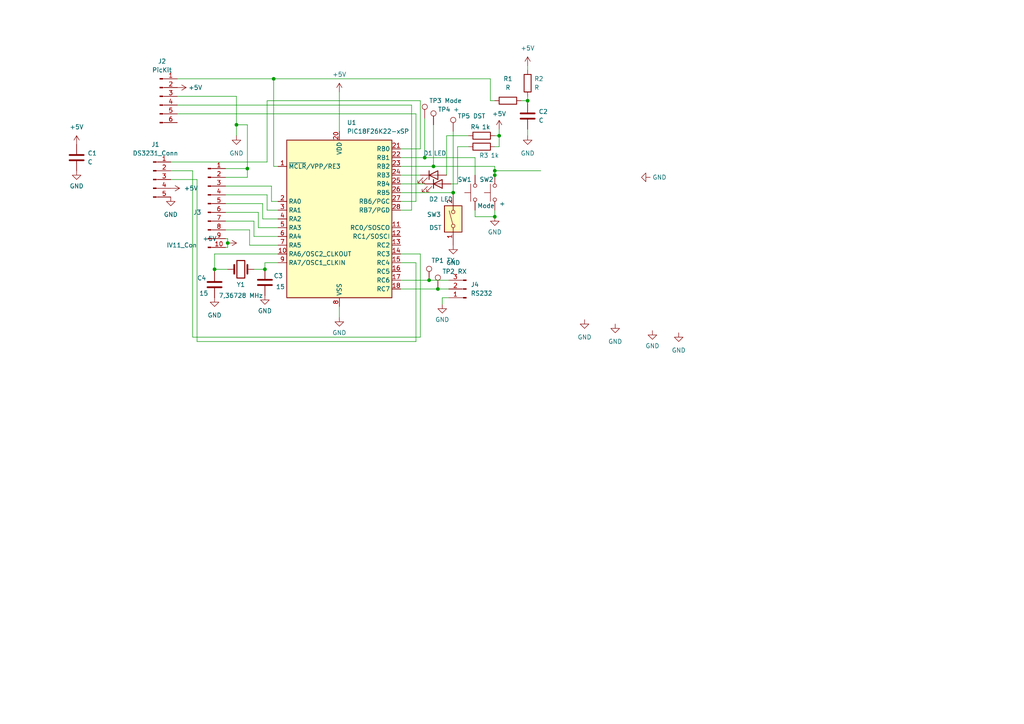
<source format=kicad_sch>
(kicad_sch (version 20230121) (generator eeschema)
  (paper "A4")
  (lib_symbols
    (symbol "Connector:Conn_01x03_Pin" (pin_names (offset 1.016) hide)
      (property "Reference" "J" (at 0 5.08 0))
      (property "Value" "Conn_01x03_Pin" (at 0 -5.08 0))
      (symbol "Conn_01x03_Pin_1_1"
        (polyline (pts (xy 1.27 -2.54) (xy 0.8636 -2.54)) (stroke (width 0.1524)))
        (polyline (pts (xy 1.27 0) (xy 0.8636 0)) (stroke (width 0.1524)))
        (polyline (pts (xy 1.27 2.54) (xy 0.8636 2.54)) (stroke (width 0.1524)))
        (rectangle (start 0.8636 -2.413) (end 0 -2.667) (stroke (width 0.1524)) (fill (type outline)))
        (rectangle (start 0.8636 0.127) (end 0 -0.127) (stroke (width 0.1524)) (fill (type outline)))
        (rectangle (start 0.8636 2.667) (end 0 2.413) (stroke (width 0.1524)) (fill (type outline)))
        (pin passive line (at 5.08 2.54 180) (length 3.81) (name "Pin_1") (number "1"))
        (pin passive line (at 5.08 0 180) (length 3.81) (name "Pin_2") (number "2"))
        (pin passive line (at 5.08 -2.54 180) (length 3.81) (name "Pin_3") (number "3"))
      )
    )
    (symbol "Connector:Conn_01x05_Pin" (pin_names (offset 1.016) hide)
      (property "Reference" "J" (at 0 7.62 0))
      (property "Value" "Conn_01x05_Pin" (at 0 -7.62 0))
      (symbol "Conn_01x05_Pin_1_1"
        (polyline (pts (xy 1.27 -5.08) (xy 0.8636 -5.08)) (stroke (width 0.1524)))
        (polyline (pts (xy 1.27 -2.54) (xy 0.8636 -2.54)) (stroke (width 0.1524)))
        (polyline (pts (xy 1.27 0) (xy 0.8636 0)) (stroke (width 0.1524)))
        (polyline (pts (xy 1.27 2.54) (xy 0.8636 2.54)) (stroke (width 0.1524)))
        (polyline (pts (xy 1.27 5.08) (xy 0.8636 5.08)) (stroke (width 0.1524)))
        (rectangle (start 0.8636 -4.953) (end 0 -5.207) (stroke (width 0.1524)) (fill (type outline)))
        (rectangle (start 0.8636 -2.413) (end 0 -2.667) (stroke (width 0.1524)) (fill (type outline)))
        (rectangle (start 0.8636 0.127) (end 0 -0.127) (stroke (width 0.1524)) (fill (type outline)))
        (rectangle (start 0.8636 2.667) (end 0 2.413) (stroke (width 0.1524)) (fill (type outline)))
        (rectangle (start 0.8636 5.207) (end 0 4.953) (stroke (width 0.1524)) (fill (type outline)))
        (pin passive line (at 5.08 5.08 180) (length 3.81) (name "Pin_1") (number "1"))
        (pin passive line (at 5.08 2.54 180) (length 3.81) (name "Pin_2") (number "2"))
        (pin passive line (at 5.08 0 180) (length 3.81) (name "Pin_3") (number "3"))
        (pin passive line (at 5.08 -2.54 180) (length 3.81) (name "Pin_4") (number "4"))
        (pin passive line (at 5.08 -5.08 180) (length 3.81) (name "Pin_5") (number "5"))
      )
    )
    (symbol "Connector:Conn_01x06_Pin" (pin_names (offset 1.016) hide)
      (property "Reference" "J" (at 0 7.62 0))
      (property "Value" "Conn_01x06_Pin" (at 0 -10.16 0))
      (symbol "Conn_01x06_Pin_1_1"
        (polyline (pts (xy 1.27 -7.62) (xy 0.8636 -7.62)) (stroke (width 0.1524)))
        (polyline (pts (xy 1.27 -5.08) (xy 0.8636 -5.08)) (stroke (width 0.1524)))
        (polyline (pts (xy 1.27 -2.54) (xy 0.8636 -2.54)) (stroke (width 0.1524)))
        (polyline (pts (xy 1.27 0) (xy 0.8636 0)) (stroke (width 0.1524)))
        (polyline (pts (xy 1.27 2.54) (xy 0.8636 2.54)) (stroke (width 0.1524)))
        (polyline (pts (xy 1.27 5.08) (xy 0.8636 5.08)) (stroke (width 0.1524)))
        (rectangle (start 0.8636 -7.493) (end 0 -7.747) (stroke (width 0.1524)) (fill (type outline)))
        (rectangle (start 0.8636 -4.953) (end 0 -5.207) (stroke (width 0.1524)) (fill (type outline)))
        (rectangle (start 0.8636 -2.413) (end 0 -2.667) (stroke (width 0.1524)) (fill (type outline)))
        (rectangle (start 0.8636 0.127) (end 0 -0.127) (stroke (width 0.1524)) (fill (type outline)))
        (rectangle (start 0.8636 2.667) (end 0 2.413) (stroke (width 0.1524)) (fill (type outline)))
        (rectangle (start 0.8636 5.207) (end 0 4.953) (stroke (width 0.1524)) (fill (type outline)))
        (pin passive line (at 5.08 5.08 180) (length 3.81) (name "Pin_1") (number "1"))
        (pin passive line (at 5.08 2.54 180) (length 3.81) (name "Pin_2") (number "2"))
        (pin passive line (at 5.08 0 180) (length 3.81) (name "Pin_3") (number "3"))
        (pin passive line (at 5.08 -2.54 180) (length 3.81) (name "Pin_4") (number "4"))
        (pin passive line (at 5.08 -5.08 180) (length 3.81) (name "Pin_5") (number "5"))
        (pin passive line (at 5.08 -7.62 180) (length 3.81) (name "Pin_6") (number "6"))
      )
    )
    (symbol "Connector:Conn_01x10_Pin" (pin_names (offset 1.016) hide)
      (property "Reference" "J" (at 0 12.7 0))
      (property "Value" "Conn_01x10_Pin" (at 0 -15.24 0))
      (symbol "Conn_01x10_Pin_1_1"
        (polyline (pts (xy 1.27 -12.7) (xy 0.8636 -12.7)) (stroke (width 0.1524)))
        (polyline (pts (xy 1.27 -10.16) (xy 0.8636 -10.16)) (stroke (width 0.1524)))
        (polyline (pts (xy 1.27 -7.62) (xy 0.8636 -7.62)) (stroke (width 0.1524)))
        (polyline (pts (xy 1.27 -5.08) (xy 0.8636 -5.08)) (stroke (width 0.1524)))
        (polyline (pts (xy 1.27 -2.54) (xy 0.8636 -2.54)) (stroke (width 0.1524)))
        (polyline (pts (xy 1.27 0) (xy 0.8636 0)) (stroke (width 0.1524)))
        (polyline (pts (xy 1.27 2.54) (xy 0.8636 2.54)) (stroke (width 0.1524)))
        (polyline (pts (xy 1.27 5.08) (xy 0.8636 5.08)) (stroke (width 0.1524)))
        (polyline (pts (xy 1.27 7.62) (xy 0.8636 7.62)) (stroke (width 0.1524)))
        (polyline (pts (xy 1.27 10.16) (xy 0.8636 10.16)) (stroke (width 0.1524)))
        (rectangle (start 0.8636 -12.573) (end 0 -12.827) (stroke (width 0.1524)) (fill (type outline)))
        (rectangle (start 0.8636 -10.033) (end 0 -10.287) (stroke (width 0.1524)) (fill (type outline)))
        (rectangle (start 0.8636 -7.493) (end 0 -7.747) (stroke (width 0.1524)) (fill (type outline)))
        (rectangle (start 0.8636 -4.953) (end 0 -5.207) (stroke (width 0.1524)) (fill (type outline)))
        (rectangle (start 0.8636 -2.413) (end 0 -2.667) (stroke (width 0.1524)) (fill (type outline)))
        (rectangle (start 0.8636 0.127) (end 0 -0.127) (stroke (width 0.1524)) (fill (type outline)))
        (rectangle (start 0.8636 2.667) (end 0 2.413) (stroke (width 0.1524)) (fill (type outline)))
        (rectangle (start 0.8636 5.207) (end 0 4.953) (stroke (width 0.1524)) (fill (type outline)))
        (rectangle (start 0.8636 7.747) (end 0 7.493) (stroke (width 0.1524)) (fill (type outline)))
        (rectangle (start 0.8636 10.287) (end 0 10.033) (stroke (width 0.1524)) (fill (type outline)))
        (pin passive line (at 5.08 10.16 180) (length 3.81) (name "Pin_1") (number "1"))
        (pin passive line (at 5.08 -12.7 180) (length 3.81) (name "Pin_10") (number "10"))
        (pin passive line (at 5.08 7.62 180) (length 3.81) (name "Pin_2") (number "2"))
        (pin passive line (at 5.08 5.08 180) (length 3.81) (name "Pin_3") (number "3"))
        (pin passive line (at 5.08 2.54 180) (length 3.81) (name "Pin_4") (number "4"))
        (pin passive line (at 5.08 0 180) (length 3.81) (name "Pin_5") (number "5"))
        (pin passive line (at 5.08 -2.54 180) (length 3.81) (name "Pin_6") (number "6"))
        (pin passive line (at 5.08 -5.08 180) (length 3.81) (name "Pin_7") (number "7"))
        (pin passive line (at 5.08 -7.62 180) (length 3.81) (name "Pin_8") (number "8"))
        (pin passive line (at 5.08 -10.16 180) (length 3.81) (name "Pin_9") (number "9"))
      )
    )
    (symbol "Connector:TestPoint" (pin_numbers hide) (pin_names (offset 0.762) hide)
      (property "Reference" "TP" (at 0 6.858 0))
      (property "Value" "TestPoint" (at 0 5.08 0))
      (symbol "TestPoint_0_1"
        (circle (center 0 3.302) (radius 0.762))
      )
      (symbol "TestPoint_1_1"
        (pin passive line (at 0 0 90) (length 2.54) (name "1") (number "1"))
      )
    )
    (symbol "Device:C" (pin_numbers hide) (pin_names (offset 0.254))
      (property "Reference" "C" (at 0.635 2.54 0))
      (property "Value" "C" (at 0.635 -2.54 0))
      (symbol "C_0_1"
        (polyline (pts (xy -2.032 -0.762) (xy 2.032 -0.762)) (stroke (width 0.508)))
        (polyline (pts (xy -2.032 0.762) (xy 2.032 0.762)) (stroke (width 0.508)))
      )
      (symbol "C_1_1"
        (pin passive line (at 0 3.81 270) (length 2.794) (name "~") (number "1"))
        (pin passive line (at 0 -3.81 90) (length 2.794) (name "~") (number "2"))
      )
    )
    (symbol "Device:Crystal" (pin_numbers hide) (pin_names (offset 1.016) hide)
      (property "Reference" "Y" (at 0 3.81 0))
      (property "Value" "Crystal" (at 0 -3.81 0))
      (symbol "Crystal_0_1"
        (rectangle (start -1.143 2.54) (end 1.143 -2.54) (stroke (width 0.3048)))
        (polyline (pts (xy -2.54 0) (xy -1.905 0)))
        (polyline (pts (xy -1.905 -1.27) (xy -1.905 1.27)) (stroke (width 0.508)))
        (polyline (pts (xy 1.905 -1.27) (xy 1.905 1.27)) (stroke (width 0.508)))
        (polyline (pts (xy 2.54 0) (xy 1.905 0)))
      )
      (symbol "Crystal_1_1"
        (pin passive line (at -3.81 0 0) (length 1.27) (name "1") (number "1"))
        (pin passive line (at 3.81 0 180) (length 1.27) (name "2") (number "2"))
      )
    )
    (symbol "Device:LED" (pin_numbers hide) (pin_names (offset 1.016) hide)
      (property "Reference" "D" (at 0 2.54 0))
      (property "Value" "LED" (at 0 -2.54 0))
      (symbol "LED_0_1"
        (polyline (pts (xy -1.27 -1.27) (xy -1.27 1.27)) (stroke (width 0.254)))
        (polyline (pts (xy -1.27 0) (xy 1.27 0)))
        (polyline (pts (xy 1.27 -1.27) (xy 1.27 1.27) (xy -1.27 0) (xy 1.27 -1.27)) (stroke (width 0.254)))
        (polyline (pts (xy -3.048 -0.762) (xy -4.572 -2.286) (xy -3.81 -2.286) (xy -4.572 -2.286) (xy -4.572 -1.524)))
        (polyline (pts (xy -1.778 -0.762) (xy -3.302 -2.286) (xy -2.54 -2.286) (xy -3.302 -2.286) (xy -3.302 -1.524)))
      )
      (symbol "LED_1_1"
        (pin passive line (at -3.81 0 0) (length 2.54) (name "K") (number "1"))
        (pin passive line (at 3.81 0 180) (length 2.54) (name "A") (number "2"))
      )
    )
    (symbol "Device:R" (pin_numbers hide) (pin_names (offset 0))
      (property "Reference" "R" (at 2.032 0 90))
      (property "Value" "R" (at 0 0 90))
      (symbol "R_0_1"
        (rectangle (start -1.016 -2.54) (end 1.016 2.54) (stroke (width 0.254)))
      )
      (symbol "R_1_1"
        (pin passive line (at 0 3.81 270) (length 1.27) (name "~") (number "1"))
        (pin passive line (at 0 -3.81 90) (length 1.27) (name "~") (number "2"))
      )
    )
    (symbol "MCU_Microchip_PIC18:PIC18F26K22-xSP"
      (property "Reference" "U" (at -12.7 25.4 0))
      (property "Value" "PIC18F26K22-xSP" (at 12.7 25.4 0))
      (symbol "PIC18F26K22-xSP_1_1"
        (rectangle (start -15.24 22.86) (end 15.24 -22.86) (stroke (width 0.254)) (fill (type background)))
        (pin input line (at -17.78 15.24 0) (length 2.54) (name "~{MCLR}/VPP/RE3") (number "1"))
        (pin bidirectional line (at -17.78 -10.16 0) (length 2.54) (name "RA6/OSC2_CLKOUT") (number "10"))
        (pin bidirectional line (at 17.78 -2.54 180) (length 2.54) (name "RC0/SOSCO") (number "11"))
        (pin bidirectional line (at 17.78 -5.08 180) (length 2.54) (name "RC1/SOSCI") (number "12"))
        (pin bidirectional line (at 17.78 -7.62 180) (length 2.54) (name "RC2") (number "13"))
        (pin bidirectional line (at 17.78 -10.16 180) (length 2.54) (name "RC3") (number "14"))
        (pin bidirectional line (at 17.78 -12.7 180) (length 2.54) (name "RC4") (number "15"))
        (pin bidirectional line (at 17.78 -15.24 180) (length 2.54) (name "RC5") (number "16"))
        (pin bidirectional line (at 17.78 -17.78 180) (length 2.54) (name "RC6") (number "17"))
        (pin bidirectional line (at 17.78 -20.32 180) (length 2.54) (name "RC7") (number "18"))
        (pin passive line (at 0 -25.4 90) (length 2.54) hide (name "VSS") (number "19"))
        (pin bidirectional line (at -17.78 5.08 0) (length 2.54) (name "RA0") (number "2"))
        (pin power_in line (at 0 25.4 270) (length 2.54) (name "VDD") (number "20"))
        (pin bidirectional line (at 17.78 20.32 180) (length 2.54) (name "RB0") (number "21"))
        (pin bidirectional line (at 17.78 17.78 180) (length 2.54) (name "RB1") (number "22"))
        (pin bidirectional line (at 17.78 15.24 180) (length 2.54) (name "RB2") (number "23"))
        (pin bidirectional line (at 17.78 12.7 180) (length 2.54) (name "RB3") (number "24"))
        (pin bidirectional line (at 17.78 10.16 180) (length 2.54) (name "RB4") (number "25"))
        (pin bidirectional line (at 17.78 7.62 180) (length 2.54) (name "RB5") (number "26"))
        (pin bidirectional line (at 17.78 5.08 180) (length 2.54) (name "RB6/PGC") (number "27"))
        (pin bidirectional line (at 17.78 2.54 180) (length 2.54) (name "RB7/PGD") (number "28"))
        (pin bidirectional line (at -17.78 2.54 0) (length 2.54) (name "RA1") (number "3"))
        (pin bidirectional line (at -17.78 0 0) (length 2.54) (name "RA2") (number "4"))
        (pin bidirectional line (at -17.78 -2.54 0) (length 2.54) (name "RA3") (number "5"))
        (pin bidirectional line (at -17.78 -5.08 0) (length 2.54) (name "RA4") (number "6"))
        (pin bidirectional line (at -17.78 -7.62 0) (length 2.54) (name "RA5") (number "7"))
        (pin power_in line (at 0 -25.4 90) (length 2.54) (name "VSS") (number "8"))
        (pin bidirectional line (at -17.78 -12.7 0) (length 2.54) (name "RA7/OSC1_CLKIN") (number "9"))
      )
    )
    (symbol "Switch:SW_DIP_x01" (pin_names (offset 0) hide)
      (property "Reference" "SW" (at 0 3.81 0))
      (property "Value" "SW_DIP_x01" (at 0 -3.81 0))
      (symbol "SW_DIP_x01_0_0"
        (circle (center -2.032 0) (radius 0.508))
        (polyline (pts (xy -1.524 0.127) (xy 2.3622 1.1684)))
        (circle (center 2.032 0) (radius 0.508))
      )
      (symbol "SW_DIP_x01_0_1"
        (rectangle (start -3.81 2.54) (end 3.81 -2.54) (stroke (width 0.254)) (fill (type background)))
      )
      (symbol "SW_DIP_x01_1_1"
        (pin passive line (at -7.62 0 0) (length 5.08) (name "~") (number "1"))
        (pin passive line (at 7.62 0 180) (length 5.08) (name "~") (number "2"))
      )
    )
    (symbol "Switch:SW_Push" (pin_numbers hide) (pin_names (offset 1.016) hide)
      (property "Reference" "SW" (at 1.27 2.54 0))
      (property "Value" "SW_Push" (at 0 -1.524 0))
      (symbol "SW_Push_0_1"
        (circle (center -2.032 0) (radius 0.508))
        (polyline (pts (xy 0 1.27) (xy 0 3.048)))
        (polyline (pts (xy 2.54 1.27) (xy -2.54 1.27)))
        (circle (center 2.032 0) (radius 0.508))
        (pin passive line (at -5.08 0 0) (length 2.54) (name "1") (number "1"))
        (pin passive line (at 5.08 0 180) (length 2.54) (name "2") (number "2"))
      )
    )
    (symbol "power:+5V" (power) (pin_names (offset 0))
      (property "Value" "+5V" (at 0 3.556 0))
      (symbol "+5V_0_1"
        (polyline (pts (xy -0.762 1.27) (xy 0 2.54)))
        (polyline (pts (xy 0 0) (xy 0 2.54)))
        (polyline (pts (xy 0 2.54) (xy 0.762 1.27)))
      )
      (symbol "+5V_1_1"
        (pin power_in line (at 0 0 90) (length 0) hide (name "+5V") (number "1"))
      )
    )
    (symbol "power:GND" (power) (pin_names (offset 0))
      (property "Value" "GND" (at 0 -3.81 0))
      (symbol "GND_0_1"
        (polyline (pts (xy 0 0) (xy 0 -1.27) (xy 1.27 -1.27) (xy 0 -2.54) (xy -1.27 -1.27) (xy 0 -1.27)))
      )
      (symbol "GND_1_1"
        (pin power_in line (at 0 0 270) (length 0) hide (name "GND") (number "1"))
      )
    )
  )
  (junction (at 68.58 36.195))
  (junction (at 76.835 78.105))
  (junction (at 124.46 81.28))
  (junction (at 144.78 39.37))
  (junction (at 127 83.82))
  (junction (at 153.035 29.21))
  (junction (at 66.04 70.485))
  (junction (at 71.755 48.895))
  (junction (at 143.51 49.53))
  (junction (at 143.51 62.865))
  (junction (at 131.445 55.88))
  (junction (at 62.23 78.105))
  (junction (at 143.51 50.8))
  (junction (at 123.19 45.72))
  (junction (at 125.73 48.26))
  (junction (at 79.375 22.86))
  (wire (pts (xy 143.51 52.07) (xy 143.51 50.8)))
  (wire (pts (xy 137.795 62.865) (xy 143.51 62.865)))
  (wire (pts (xy 153.035 37.465) (xy 153.035 39.37)))
  (wire (pts (xy 125.73 36.195) (xy 125.73 48.26)))
  (wire (pts (xy 73.66 78.105) (xy 76.835 78.105)))
  (wire (pts (xy 120.65 33.02) (xy 120.65 58.42)))
  (wire (pts (xy 143.51 50.8) (xy 143.51 49.53)))
  (wire (pts (xy 65.405 51.435) (xy 71.755 51.435)))
  (wire (pts (xy 80.645 73.66) (xy 62.23 73.66)))
  (wire (pts (xy 66.04 70.485) (xy 66.04 71.755)))
  (wire (pts (xy 143.51 62.865) (xy 143.51 60.96)))
  (wire (pts (xy 131.445 38.1) (xy 131.445 55.88)))
  (wire (pts (xy 62.23 73.66) (xy 62.23 78.105)))
  (wire (pts (xy 76.835 76.2) (xy 80.645 76.2)))
  (wire (pts (xy 77.47 46.99) (xy 77.47 29.21)))
  (wire (pts (xy 51.435 22.86) (xy 79.375 22.86)))
  (wire (pts (xy 121.92 43.18) (xy 116.205 43.18)))
  (wire (pts (xy 76.2 63.5) (xy 80.645 63.5)))
  (wire (pts (xy 76.835 76.2) (xy 76.835 78.105)))
  (wire (pts (xy 68.58 27.94) (xy 68.58 36.195)))
  (wire (pts (xy 79.375 22.86) (xy 142.24 22.86)))
  (wire (pts (xy 72.39 66.675) (xy 72.39 71.12)))
  (wire (pts (xy 62.23 78.105) (xy 62.23 78.74)))
  (wire (pts (xy 123.19 45.72) (xy 116.205 45.72)))
  (wire (pts (xy 121.92 97.79) (xy 55.88 97.79)))
  (wire (pts (xy 143.51 49.53) (xy 156.845 49.53)))
  (wire (pts (xy 151.13 29.21) (xy 153.035 29.21)))
  (wire (pts (xy 55.88 97.79) (xy 55.88 49.53)))
  (wire (pts (xy 77.47 60.96) (xy 80.645 60.96)))
  (wire (pts (xy 72.39 71.12) (xy 80.645 71.12)))
  (wire (pts (xy 76.2 59.055) (xy 76.2 63.5)))
  (wire (pts (xy 62.23 78.105) (xy 66.04 78.105)))
  (wire (pts (xy 51.435 27.94) (xy 68.58 27.94)))
  (wire (pts (xy 77.47 56.515) (xy 77.47 60.96)))
  (wire (pts (xy 120.65 76.2) (xy 116.205 76.2)))
  (wire (pts (xy 137.795 45.72) (xy 123.19 45.72)))
  (wire (pts (xy 132.715 42.545) (xy 135.89 42.545)))
  (wire (pts (xy 120.65 99.06) (xy 120.65 76.2)))
  (wire (pts (xy 78.74 53.975) (xy 78.74 58.42)))
  (wire (pts (xy 74.93 61.595) (xy 74.93 66.04)))
  (wire (pts (xy 73.66 64.135) (xy 73.66 68.58)))
  (wire (pts (xy 49.53 46.99) (xy 77.47 46.99)))
  (wire (pts (xy 116.205 53.34) (xy 123.19 53.34)))
  (wire (pts (xy 135.89 39.37) (xy 129.54 39.37)))
  (wire (pts (xy 68.58 36.195) (xy 68.58 39.37)))
  (wire (pts (xy 65.405 69.215) (xy 66.04 69.215)))
  (wire (pts (xy 98.425 88.9) (xy 98.425 92.075)))
  (wire (pts (xy 131.445 55.88) (xy 116.205 55.88)))
  (wire (pts (xy 119.38 60.96) (xy 119.38 30.48)))
  (wire (pts (xy 143.51 29.21) (xy 142.24 29.21)))
  (wire (pts (xy 137.795 50.8) (xy 137.795 45.72)))
  (wire (pts (xy 80.645 48.26) (xy 79.375 48.26)))
  (wire (pts (xy 77.47 29.21) (xy 121.92 29.21)))
  (wire (pts (xy 65.405 59.055) (xy 76.2 59.055)))
  (wire (pts (xy 65.405 66.675) (xy 72.39 66.675)))
  (wire (pts (xy 143.51 49.53) (xy 143.51 48.26)))
  (wire (pts (xy 73.66 68.58) (xy 80.645 68.58)))
  (wire (pts (xy 65.405 53.975) (xy 78.74 53.975)))
  (wire (pts (xy 116.205 50.8) (xy 121.92 50.8)))
  (wire (pts (xy 49.53 52.07) (xy 57.15 52.07)))
  (wire (pts (xy 71.755 48.895) (xy 71.755 51.435)))
  (wire (pts (xy 65.405 61.595) (xy 74.93 61.595)))
  (wire (pts (xy 129.54 39.37) (xy 129.54 50.8)))
  (wire (pts (xy 153.035 27.94) (xy 153.035 29.21)))
  (wire (pts (xy 79.375 48.26) (xy 79.375 22.86)))
  (wire (pts (xy 51.435 30.48) (xy 119.38 30.48)))
  (wire (pts (xy 116.205 58.42) (xy 120.65 58.42)))
  (wire (pts (xy 153.035 29.21) (xy 153.035 29.845)))
  (wire (pts (xy 144.78 42.545) (xy 143.51 42.545)))
  (wire (pts (xy 116.205 81.28) (xy 124.46 81.28)))
  (wire (pts (xy 65.405 64.135) (xy 73.66 64.135)))
  (wire (pts (xy 125.73 48.26) (xy 143.51 48.26)))
  (wire (pts (xy 144.78 37.465) (xy 144.78 39.37)))
  (wire (pts (xy 57.15 52.07) (xy 57.15 99.06)))
  (wire (pts (xy 132.715 53.34) (xy 132.715 42.545)))
  (wire (pts (xy 116.205 60.96) (xy 119.38 60.96)))
  (wire (pts (xy 98.425 26.67) (xy 98.425 38.1)))
  (wire (pts (xy 116.205 73.66) (xy 121.92 73.66)))
  (wire (pts (xy 121.92 29.21) (xy 121.92 43.18)))
  (wire (pts (xy 121.92 73.66) (xy 121.92 97.79)))
  (wire (pts (xy 123.19 34.29) (xy 123.19 45.72)))
  (wire (pts (xy 143.51 39.37) (xy 144.78 39.37)))
  (wire (pts (xy 71.755 36.195) (xy 71.755 48.895)))
  (wire (pts (xy 57.15 99.06) (xy 120.65 99.06)))
  (wire (pts (xy 127 83.82) (xy 130.175 83.82)))
  (wire (pts (xy 142.24 22.86) (xy 142.24 29.21)))
  (wire (pts (xy 130.81 53.34) (xy 132.715 53.34)))
  (wire (pts (xy 116.205 48.26) (xy 125.73 48.26)))
  (wire (pts (xy 144.78 39.37) (xy 144.78 42.545)))
  (wire (pts (xy 128.27 86.36) (xy 128.27 88.265)))
  (wire (pts (xy 153.035 19.05) (xy 153.035 20.32)))
  (wire (pts (xy 66.04 69.215) (xy 66.04 70.485)))
  (wire (pts (xy 78.74 58.42) (xy 80.645 58.42)))
  (wire (pts (xy 65.405 48.895) (xy 71.755 48.895)))
  (wire (pts (xy 74.93 66.04) (xy 80.645 66.04)))
  (wire (pts (xy 124.46 81.28) (xy 130.175 81.28)))
  (wire (pts (xy 55.88 49.53) (xy 49.53 49.53)))
  (wire (pts (xy 51.435 33.02) (xy 120.65 33.02)))
  (wire (pts (xy 137.795 60.96) (xy 137.795 62.865)))
  (wire (pts (xy 116.205 83.82) (xy 127 83.82)))
  (wire (pts (xy 130.175 86.36) (xy 128.27 86.36)))
  (wire (pts (xy 66.04 71.755) (xy 65.405 71.755)))
  (wire (pts (xy 65.405 56.515) (xy 77.47 56.515)))
  (wire (pts (xy 71.755 36.195) (xy 68.58 36.195)))
  (symbol (lib_id "Device:C") (at 76.835 81.915 0) (unit 1)
    (property "Reference" "C3" (at 79.375 80.01 0) (effects (justify left)))
    (property "Value" "15" (at 80.01 83.185 0) (effects (justify left)))
    (property "Footprint" "Capacitor_SMD:C_0603_1608Metric_Pad1.08x0.95mm_HandSolder" (effects hide))
  )
  (symbol (lib_id "Connector:TestPoint") (at 124.46 81.28 0) (unit 1)
    (property "Reference" "TP1" (at 125.095 75.565 0) (effects (justify left)))
    (property "Value" "TX" (at 129.54 75.565 0) (effects (justify left)))
    (property "Footprint" "Connector_Pin:Pin_D1.0mm_L10.0mm_LooseFit" (effects hide))
  )
  (symbol (lib_id "Connector:Conn_01x03_Pin") (at 135.255 83.82 180) (unit 1)
    (property "Reference" "J4" (at 136.525 82.55 0) (effects (justify right)))
    (property "Value" "RS232" (at 136.525 85.09 0) (effects (justify right)))
    (property "Footprint" "Connector_PinHeader_2.54mm:PinHeader_1x03_P2.54mm_Vertical" (effects hide))
  )
  (symbol (lib_id "power:GND") (at 169.545 92.71 0) (unit 1)
    (property "Reference" "#PWR017" (effects hide))
    (property "Value" "GND" (at 169.545 97.79 0))
  )
  (symbol (lib_id "Switch:SW_DIP_x01") (at 131.445 63.5 90) (unit 1)
    (property "Reference" "SW3" (at 123.825 62.23 90) (effects (justify right)))
    (property "Value" "DST" (at 124.46 66.04 90) (effects (justify right)))
  )
  (symbol (lib_id "power:GND") (at 143.51 62.865 0) (unit 1)
    (property "Reference" "#PWR02" (effects hide))
    (property "Value" "GND" (at 143.51 67.31 0))
  )
  (symbol (lib_id "power:GND") (at 188.595 51.435 270) (unit 1)
    (property "Reference" "#PWR011" (effects hide))
    (property "Value" "GND" (at 189.23 51.435 90) (effects (justify left)))
  )
  (symbol (lib_id "power:+5V") (at 98.425 26.67 0) (unit 1)
    (property "Reference" "#PWR016" (effects hide))
    (property "Value" "+5V" (at 98.425 21.59 0))
  )
  (symbol (lib_id "power:GND") (at 68.58 39.37 0) (unit 1)
    (property "Reference" "#PWR07" (effects hide))
    (property "Value" "GND" (at 68.58 44.45 0))
  )
  (symbol (lib_id "Connector:TestPoint") (at 131.445 38.1 0) (unit 1)
    (property "Reference" "TP5" (at 132.715 33.655 0) (effects (justify left)))
    (property "Value" "DST" (at 137.16 33.655 0) (effects (justify left)))
    (property "Footprint" "Connector_Pin:Pin_D1.0mm_L10.0mm_LooseFit" (effects hide))
  )
  (symbol (lib_id "Device:R") (at 153.035 24.13 180) (unit 1)
    (property "Reference" "R2" (at 154.94 22.86 0) (effects (justify right)))
    (property "Value" "R" (at 154.94 25.4 0) (effects (justify right)))
  )
  (symbol (lib_id "power:GND") (at 76.835 85.725 0) (unit 1)
    (property "Reference" "#PWR013" (effects hide))
    (property "Value" "GND" (at 76.835 90.17 0))
  )
  (symbol (lib_id "Device:LED") (at 125.73 50.8 0) (unit 1)
    (property "Reference" "D1" (at 124.1425 44.45 0))
    (property "Value" "LED" (at 127.635 44.45 0))
    (property "Footprint" "LED_SMD:LED_0805_2012Metric_Pad1.15x1.40mm_HandSolder" (effects hide))
  )
  (symbol (lib_id "Device:R") (at 147.32 29.21 90) (unit 1)
    (property "Reference" "R1" (at 147.32 22.86 90))
    (property "Value" "R" (at 147.32 25.4 90))
  )
  (symbol (lib_id "power:+5V") (at 49.53 54.61 270) (unit 1)
    (property "Reference" "#PWR05" (effects hide))
    (property "Value" "+5V" (at 53.34 54.61 90) (effects (justify left)))
  )
  (symbol (lib_id "power:GND") (at 131.445 71.12 0) (unit 1)
    (property "Reference" "#PWR022" (effects hide))
    (property "Value" "GND" (at 131.445 76.2 0))
  )
  (symbol (lib_id "MCU_Microchip_PIC18:PIC18F26K22-xSP") (at 98.425 63.5 0) (unit 1)
    (property "Reference" "U1" (at 100.6191 35.56 0) (effects (justify left)))
    (property "Value" "PIC18F26K22-xSP" (at 100.6191 38.1 0) (effects (justify left)))
    (property "Footprint" "Package_DIP:DIP-28_W7.62mm" (effects hide))
    (property "Datasheet" "http://ww1.microchip.com/downloads/en/DeviceDoc/40001412G.pdf" (effects hide))
  )
  (symbol (lib_id "power:+5V") (at 66.04 70.485 270) (unit 1)
    (property "Reference" "#PWR012" (effects hide))
    (property "Value" "+5V" (at 62.865 69.215 90) (effects (justify right)))
  )
  (symbol (lib_id "power:+5V") (at 51.435 25.4 270) (unit 1)
    (property "Reference" "#PWR08" (effects hide))
    (property "Value" "+5V" (at 54.61 25.4 90) (effects (justify left)))
  )
  (symbol (lib_id "Device:Crystal") (at 69.85 78.105 0) (unit 1)
    (property "Reference" "Y1" (at 69.85 82.55 0))
    (property "Value" "7,36728 MHz" (at 69.85 85.725 0))
    (property "Footprint" "Crystal:Crystal_HC49-U_Vertical" (effects hide))
  )
  (symbol (lib_id "power:+5V") (at 144.78 37.465 0) (unit 1)
    (property "Reference" "#PWR021" (effects hide))
    (property "Value" "+5V" (at 144.78 33.02 0))
  )
  (symbol (lib_id "power:GND") (at 22.225 49.53 0) (unit 1)
    (property "Reference" "#PWR03" (effects hide))
    (property "Value" "GND" (at 22.225 53.975 0))
  )
  (symbol (lib_id "Device:R") (at 139.7 42.545 90) (unit 1)
    (property "Reference" "R3" (at 140.335 45.085 90))
    (property "Value" "1k" (at 143.51 45.085 90))
  )
  (symbol (lib_id "power:GND") (at 196.85 96.52 0) (unit 1)
    (property "Reference" "#PWR020" (effects hide))
    (property "Value" "GND" (at 196.85 101.6 0))
  )
  (symbol (lib_id "Switch:SW_Push") (at 137.795 55.88 90) (unit 1)
    (property "Reference" "SW1" (at 132.715 52.07 90) (effects (justify right)))
    (property "Value" "Mode" (at 138.43 59.69 90) (effects (justify right)))
  )
  (symbol (lib_id "Connector:TestPoint") (at 125.73 36.195 0) (unit 1)
    (property "Reference" "TP4" (at 127 31.75 0) (effects (justify left)))
    (property "Value" "+" (at 131.445 31.75 0) (effects (justify left)))
    (property "Footprint" "Connector_Pin:Pin_D1.0mm_L10.0mm_LooseFit" (effects hide))
  )
  (symbol (lib_id "Switch:SW_Push") (at 143.51 55.88 90) (unit 1)
    (property "Reference" "SW2" (at 139.065 52.07 90) (effects (justify right)))
    (property "Value" "+" (at 144.78 59.055 90) (effects (justify right)))
  )
  (symbol (lib_id "power:GND") (at 98.425 92.075 0) (unit 1)
    (property "Reference" "#PWR01" (effects hide))
    (property "Value" "GND" (at 98.425 96.52 0))
  )
  (symbol (lib_id "Device:C") (at 62.23 82.55 0) (unit 1)
    (property "Reference" "C4" (at 57.15 80.645 0) (effects (justify left)))
    (property "Value" "15" (at 57.785 85.09 0) (effects (justify left)))
    (property "Footprint" "Capacitor_SMD:C_0603_1608Metric_Pad1.08x0.95mm_HandSolder" (effects hide))
  )
  (symbol (lib_id "power:GND") (at 153.035 39.37 0) (unit 1)
    (property "Reference" "#PWR010" (effects hide))
    (property "Value" "GND" (at 153.035 44.45 0))
  )
  (symbol (lib_id "Connector:Conn_01x10_Pin") (at 60.325 59.055 0) (unit 1)
    (property "Reference" "J3" (at 58.42 61.595 0) (effects (justify right)))
    (property "Value" "IV11_Con" (at 57.15 71.12 0) (effects (justify right)))
    (property "Footprint" "Connector_PinHeader_2.54mm:PinHeader_1x10_P2.54mm_Vertical" (effects hide))
  )
  (symbol (lib_id "Device:LED") (at 127 53.34 0) (unit 1)
    (property "Reference" "D2" (at 125.73 57.785 0))
    (property "Value" "LED" (at 129.54 57.785 0))
    (property "Footprint" "LED_SMD:LED_0805_2012Metric_Pad1.15x1.40mm_HandSolder" (effects hide))
  )
  (symbol (lib_id "power:GND") (at 49.53 57.15 0) (unit 1)
    (property "Reference" "#PWR06" (effects hide))
    (property "Value" "GND" (at 49.53 62.23 0))
  )
  (symbol (lib_id "power:GND") (at 128.27 88.265 0) (unit 1)
    (property "Reference" "#PWR015" (effects hide))
    (property "Value" "GND" (at 128.27 92.71 0))
  )
  (symbol (lib_id "power:+5V") (at 153.035 19.05 0) (unit 1)
    (property "Reference" "#PWR09" (effects hide))
    (property "Value" "+5V" (at 153.035 13.97 0))
  )
  (symbol (lib_id "Device:R") (at 139.7 39.37 90) (unit 1)
    (property "Reference" "R4" (at 137.795 36.83 90))
    (property "Value" "1k" (at 140.97 36.83 90))
  )
  (symbol (lib_id "power:GND") (at 178.435 93.98 0) (unit 1)
    (property "Reference" "#PWR018" (effects hide))
    (property "Value" "GND" (at 178.435 99.06 0))
  )
  (symbol (lib_id "Connector:Conn_01x06_Pin") (at 46.355 27.94 0) (unit 1)
    (property "Reference" "J2" (at 46.99 17.78 0))
    (property "Value" "PicKit" (at 46.99 20.32 0))
    (property "Footprint" "Connector_PinSocket_2.54mm:PinSocket_1x06_P2.54mm_Vertical" (effects hide))
  )
  (symbol (lib_id "power:GND") (at 62.23 86.36 0) (unit 1)
    (property "Reference" "#PWR014" (effects hide))
    (property "Value" "GND" (at 62.23 91.44 0))
  )
  (symbol (lib_id "Connector:TestPoint") (at 123.19 34.29 0) (unit 1)
    (property "Reference" "TP3" (at 124.46 29.21 0) (effects (justify left)))
    (property "Value" "Mode" (at 128.905 29.21 0) (effects (justify left)))
    (property "Footprint" "Connector_Pin:Pin_D1.0mm_L10.0mm_LooseFit" (effects hide))
  )
  (symbol (lib_id "Connector:TestPoint") (at 127 83.82 0) (unit 1)
    (property "Reference" "TP2" (at 128.27 78.74 0) (effects (justify left)))
    (property "Value" "RX" (at 132.715 78.74 0) (effects (justify left)))
    (property "Footprint" "Connector_Pin:Pin_D1.0mm_L10.0mm_LooseFit" (effects hide))
  )
  (symbol (lib_id "power:+5V") (at 22.225 41.91 0) (unit 1)
    (property "Reference" "#PWR04" (effects hide))
    (property "Value" "+5V" (at 22.225 36.83 0))
  )
  (symbol (lib_id "Connector:Conn_01x05_Pin") (at 44.45 52.07 0) (unit 1)
    (property "Reference" "J1" (at 45.085 41.91 0))
    (property "Value" "DS3231_Conn" (at 45.085 44.45 0))
    (property "Footprint" "Connector_PinHeader_2.54mm:PinHeader_1x05_P2.54mm_Vertical" (effects hide))
  )
  (symbol (lib_id "power:GND") (at 189.23 95.885 0) (unit 1)
    (property "Reference" "#PWR019" (effects hide))
    (property "Value" "GND" (at 189.23 100.33 0))
  )
  (symbol (lib_id "Device:C") (at 22.225 45.72 0) (unit 1)
    (property "Reference" "C1" (at 25.4 44.45 0) (effects (justify left)))
    (property "Value" "C" (at 25.4 46.99 0) (effects (justify left)))
  )
  (symbol (lib_id "Device:C") (at 153.035 33.655 0) (unit 1)
    (property "Reference" "C2" (at 156.21 32.385 0) (effects (justify left)))
    (property "Value" "C" (at 156.21 34.925 0) (effects (justify left)))
  )
)
</source>
